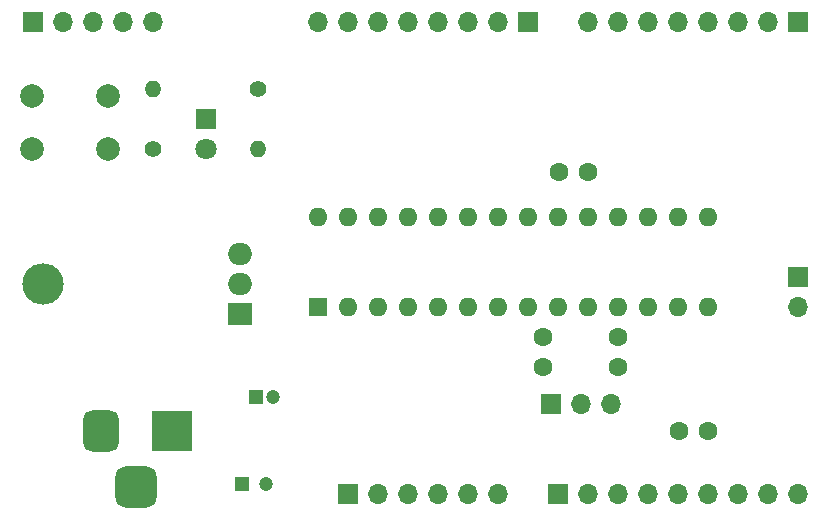
<source format=gbr>
%TF.GenerationSoftware,KiCad,Pcbnew,8.0.6*%
%TF.CreationDate,2024-12-21T17:19:29-08:00*%
%TF.ProjectId,PIC18F_DevBoard,50494331-3846-45f4-9465-76426f617264,rev?*%
%TF.SameCoordinates,Original*%
%TF.FileFunction,Soldermask,Top*%
%TF.FilePolarity,Negative*%
%FSLAX46Y46*%
G04 Gerber Fmt 4.6, Leading zero omitted, Abs format (unit mm)*
G04 Created by KiCad (PCBNEW 8.0.6) date 2024-12-21 17:19:29*
%MOMM*%
%LPD*%
G01*
G04 APERTURE LIST*
G04 Aperture macros list*
%AMRoundRect*
0 Rectangle with rounded corners*
0 $1 Rounding radius*
0 $2 $3 $4 $5 $6 $7 $8 $9 X,Y pos of 4 corners*
0 Add a 4 corners polygon primitive as box body*
4,1,4,$2,$3,$4,$5,$6,$7,$8,$9,$2,$3,0*
0 Add four circle primitives for the rounded corners*
1,1,$1+$1,$2,$3*
1,1,$1+$1,$4,$5*
1,1,$1+$1,$6,$7*
1,1,$1+$1,$8,$9*
0 Add four rect primitives between the rounded corners*
20,1,$1+$1,$2,$3,$4,$5,0*
20,1,$1+$1,$4,$5,$6,$7,0*
20,1,$1+$1,$6,$7,$8,$9,0*
20,1,$1+$1,$8,$9,$2,$3,0*%
G04 Aperture macros list end*
%ADD10O,3.500000X3.500000*%
%ADD11R,2.000000X1.905000*%
%ADD12O,2.000000X1.905000*%
%ADD13R,1.600000X1.600000*%
%ADD14O,1.600000X1.600000*%
%ADD15C,2.000000*%
%ADD16C,1.400000*%
%ADD17O,1.400000X1.400000*%
%ADD18O,1.700000X1.700000*%
%ADD19R,1.700000X1.700000*%
%ADD20R,3.500000X3.500000*%
%ADD21RoundRect,0.750000X-0.750000X-1.000000X0.750000X-1.000000X0.750000X1.000000X-0.750000X1.000000X0*%
%ADD22RoundRect,0.875000X-0.875000X-0.875000X0.875000X-0.875000X0.875000X0.875000X-0.875000X0.875000X0*%
%ADD23R,1.800000X1.800000*%
%ADD24C,1.800000*%
%ADD25C,1.600000*%
%ADD26R,1.200000X1.200000*%
%ADD27C,1.200000*%
G04 APERTURE END LIST*
D10*
%TO.C,U2*%
X66865000Y-87630000D03*
D11*
X83525000Y-90170000D03*
D12*
X83525000Y-87630000D03*
X83525000Y-85090000D03*
%TD*%
D13*
%TO.C,U1*%
X90170000Y-89535000D03*
D14*
X92710000Y-89535000D03*
X95250000Y-89535000D03*
X97790000Y-89535000D03*
X100330000Y-89535000D03*
X102870000Y-89535000D03*
X105410000Y-89535000D03*
X107950000Y-89535000D03*
X110490000Y-89535000D03*
X113030000Y-89535000D03*
X115570000Y-89535000D03*
X118110000Y-89535000D03*
X120650000Y-89535000D03*
X123190000Y-89535000D03*
X123190000Y-81915000D03*
X120650000Y-81915000D03*
X118110000Y-81915000D03*
X115570000Y-81915000D03*
X113030000Y-81915000D03*
X110490000Y-81915000D03*
X107950000Y-81915000D03*
X105410000Y-81915000D03*
X102870000Y-81915000D03*
X100330000Y-81915000D03*
X97790000Y-81915000D03*
X95250000Y-81915000D03*
X92710000Y-81915000D03*
X90170000Y-81915000D03*
%TD*%
D15*
%TO.C,SW1*%
X65890000Y-71700000D03*
X72390000Y-71700000D03*
X65890000Y-76200000D03*
X72390000Y-76200000D03*
%TD*%
D16*
%TO.C,R2*%
X85090000Y-71120000D03*
D17*
X85090000Y-76200000D03*
%TD*%
D16*
%TO.C,R1*%
X76200000Y-76200000D03*
D17*
X76200000Y-71120000D03*
%TD*%
D18*
%TO.C,J8*%
X76200000Y-65405000D03*
X73660000Y-65405000D03*
X71120000Y-65405000D03*
X68580000Y-65405000D03*
D19*
X66040000Y-65405000D03*
%TD*%
%TO.C,J7*%
X109855000Y-97765000D03*
D18*
X112395000Y-97765000D03*
X114935000Y-97765000D03*
%TD*%
D19*
%TO.C,J6*%
X92710000Y-105410000D03*
D18*
X95250000Y-105410000D03*
X97790000Y-105410000D03*
X100330000Y-105410000D03*
X102870000Y-105410000D03*
X105410000Y-105410000D03*
%TD*%
D19*
%TO.C,J5*%
X107950000Y-65405000D03*
D18*
X105410000Y-65405000D03*
X102870000Y-65405000D03*
X100330000Y-65405000D03*
X97790000Y-65405000D03*
X95250000Y-65405000D03*
X92710000Y-65405000D03*
X90170000Y-65405000D03*
%TD*%
D19*
%TO.C,J4*%
X130810000Y-65405000D03*
D18*
X128270000Y-65405000D03*
X125730000Y-65405000D03*
X123190000Y-65405000D03*
X120650000Y-65405000D03*
X118110000Y-65405000D03*
X115570000Y-65405000D03*
X113030000Y-65405000D03*
%TD*%
D19*
%TO.C,J3*%
X130810000Y-86995000D03*
D18*
X130810000Y-89535000D03*
%TD*%
D19*
%TO.C,J2*%
X110490000Y-105410000D03*
D18*
X113030000Y-105410000D03*
X115570000Y-105410000D03*
X118110000Y-105410000D03*
X120650000Y-105410000D03*
X123190000Y-105410000D03*
X125730000Y-105410000D03*
X128270000Y-105410000D03*
X130810000Y-105410000D03*
%TD*%
D20*
%TO.C,J1*%
X77755000Y-100075000D03*
D21*
X71755000Y-100075000D03*
D22*
X74755000Y-104775000D03*
%TD*%
D23*
%TO.C,D1*%
X80645000Y-73660000D03*
D24*
X80645000Y-76200000D03*
%TD*%
D25*
%TO.C,C6*%
X115570000Y-94615000D03*
X115570000Y-92115000D03*
%TD*%
%TO.C,C5*%
X109220000Y-94615000D03*
X109220000Y-92115000D03*
%TD*%
%TO.C,C4*%
X123190000Y-100056000D03*
X120690000Y-100056000D03*
%TD*%
%TO.C,C3*%
X110530000Y-78105000D03*
X113030000Y-78105000D03*
%TD*%
D26*
%TO.C,C2*%
X84860000Y-97155000D03*
D27*
X86360000Y-97155000D03*
%TD*%
D26*
%TO.C,C1*%
X83725000Y-104520000D03*
D27*
X85725000Y-104520000D03*
%TD*%
M02*

</source>
